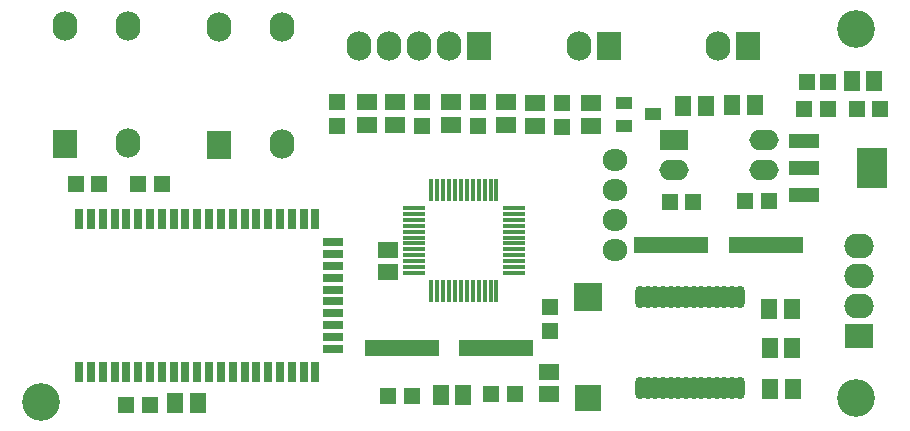
<source format=gts>
G04 Layer_Color=8388736*
%FSTAX24Y24*%
%MOIN*%
G70*
G01*
G75*
%ADD52R,0.0572X0.0651*%
%ADD53R,0.0552X0.0415*%
%ADD54R,0.0560X0.0560*%
%ADD55R,0.0560X0.0560*%
%ADD56R,0.0178X0.0729*%
%ADD57R,0.0729X0.0178*%
%ADD58R,0.1025X0.1379*%
%ADD59R,0.1025X0.0474*%
%ADD60O,0.0323X0.0748*%
%ADD61R,0.0651X0.0572*%
%ADD62R,0.0532X0.0532*%
%ADD63R,0.0926X0.0926*%
%ADD64R,0.0867X0.0867*%
%ADD65R,0.2480X0.0552*%
%ADD66R,0.0316X0.0710*%
%ADD67R,0.0710X0.0316*%
%ADD68O,0.0980X0.0830*%
%ADD69R,0.0980X0.0830*%
%ADD70O,0.0830X0.0980*%
%ADD71R,0.0830X0.0980*%
%ADD72O,0.0980X0.0680*%
%ADD73R,0.0980X0.0680*%
%ADD74O,0.0830X0.0730*%
%ADD75C,0.1261*%
D52*
X050496Y041631D02*
D03*
X049748D02*
D03*
X031925Y031692D02*
D03*
X031177D02*
D03*
X053737Y042412D02*
D03*
X054485D02*
D03*
X051768Y032146D02*
D03*
X05102D02*
D03*
X051005Y033523D02*
D03*
X051753D02*
D03*
X050987Y034819D02*
D03*
X051735D02*
D03*
X048123Y041609D02*
D03*
X048871D02*
D03*
X040032Y031963D02*
D03*
X04078D02*
D03*
D53*
X04711Y041314D02*
D03*
X046127Y041686D02*
D03*
X046125Y040928D02*
D03*
D54*
X029954Y038982D02*
D03*
X030741D02*
D03*
X028646Y038984D02*
D03*
X027858D02*
D03*
X02955Y031642D02*
D03*
X030337D02*
D03*
X054678Y041506D02*
D03*
X05389D02*
D03*
X052149Y041497D02*
D03*
X052936D02*
D03*
X048445Y038393D02*
D03*
X047658D02*
D03*
X050178Y038417D02*
D03*
X050966D02*
D03*
X038275Y031944D02*
D03*
X039062D02*
D03*
X042493Y031982D02*
D03*
X041705D02*
D03*
D55*
X044075Y041695D02*
D03*
Y040908D02*
D03*
X036585Y041728D02*
D03*
Y040941D02*
D03*
X039396Y041728D02*
D03*
Y040941D02*
D03*
X041271Y041728D02*
D03*
Y040941D02*
D03*
X043657Y034894D02*
D03*
Y034107D02*
D03*
D56*
X039723Y035442D02*
D03*
X03992D02*
D03*
X040117D02*
D03*
X040314D02*
D03*
X040511D02*
D03*
X040707D02*
D03*
X040904D02*
D03*
X041101D02*
D03*
X041298D02*
D03*
X041495D02*
D03*
X041692D02*
D03*
X041889D02*
D03*
Y038779D02*
D03*
X041692D02*
D03*
X041495D02*
D03*
X041298D02*
D03*
X041101D02*
D03*
X040904D02*
D03*
X040707D02*
D03*
X040511D02*
D03*
X040314D02*
D03*
X040117D02*
D03*
X03992D02*
D03*
X039723D02*
D03*
D57*
X042474Y036028D02*
D03*
Y036225D02*
D03*
Y036422D02*
D03*
Y036619D02*
D03*
Y036816D02*
D03*
Y037013D02*
D03*
Y037209D02*
D03*
Y037406D02*
D03*
Y037603D02*
D03*
Y0378D02*
D03*
Y037997D02*
D03*
Y038194D02*
D03*
X039137D02*
D03*
Y037997D02*
D03*
Y0378D02*
D03*
Y037603D02*
D03*
Y037406D02*
D03*
Y037209D02*
D03*
Y037013D02*
D03*
Y036816D02*
D03*
Y036619D02*
D03*
Y036422D02*
D03*
Y036225D02*
D03*
Y036028D02*
D03*
D58*
X054416Y039526D02*
D03*
D59*
X052133Y038621D02*
D03*
Y039526D02*
D03*
Y040432D02*
D03*
D60*
X046669Y032184D02*
D03*
X046925D02*
D03*
X047181D02*
D03*
X047436D02*
D03*
X047692D02*
D03*
X047948D02*
D03*
X048204D02*
D03*
X04846D02*
D03*
X048716D02*
D03*
X048972D02*
D03*
X049228D02*
D03*
X049484D02*
D03*
X04974D02*
D03*
X049996D02*
D03*
Y035216D02*
D03*
X04974D02*
D03*
X049484D02*
D03*
X049228D02*
D03*
X048972D02*
D03*
X048716D02*
D03*
X04846D02*
D03*
X048204D02*
D03*
X047948D02*
D03*
X047692D02*
D03*
X047436D02*
D03*
X047181D02*
D03*
X046925D02*
D03*
X046669D02*
D03*
D61*
X042202Y041722D02*
D03*
Y040974D02*
D03*
X043178Y040941D02*
D03*
Y041689D02*
D03*
X045052D02*
D03*
Y040941D02*
D03*
X037562Y040974D02*
D03*
Y041722D02*
D03*
X040374D02*
D03*
Y040974D02*
D03*
X038499D02*
D03*
Y041722D02*
D03*
X038271Y036059D02*
D03*
Y036807D02*
D03*
X043644Y031981D02*
D03*
Y032729D02*
D03*
D62*
X052231Y042402D02*
D03*
X052931D02*
D03*
D63*
X044948Y035212D02*
D03*
D64*
Y031865D02*
D03*
D65*
X050861Y036971D02*
D03*
X047711D02*
D03*
X038739Y033523D02*
D03*
X041888D02*
D03*
D66*
X027979Y037835D02*
D03*
X028373D02*
D03*
X028767D02*
D03*
X029161D02*
D03*
X029554D02*
D03*
X029948D02*
D03*
X030342D02*
D03*
X030735D02*
D03*
X031129D02*
D03*
X031523D02*
D03*
X031916D02*
D03*
X03231D02*
D03*
X032704D02*
D03*
X033098D02*
D03*
X033491D02*
D03*
X033885D02*
D03*
X034279D02*
D03*
X034672D02*
D03*
X035066D02*
D03*
X03546D02*
D03*
X035853D02*
D03*
Y032716D02*
D03*
X03546D02*
D03*
X035066D02*
D03*
X034672D02*
D03*
X034279D02*
D03*
X033885D02*
D03*
X033491D02*
D03*
X033098D02*
D03*
X032704D02*
D03*
X03231D02*
D03*
X031916D02*
D03*
X031523D02*
D03*
X031129D02*
D03*
X030735D02*
D03*
X030342D02*
D03*
X029948D02*
D03*
X029554D02*
D03*
X029161D02*
D03*
X028767D02*
D03*
X028373D02*
D03*
X027979D02*
D03*
D67*
X036444Y037047D02*
D03*
Y036653D02*
D03*
Y03626D02*
D03*
Y035866D02*
D03*
Y035472D02*
D03*
Y035079D02*
D03*
Y034685D02*
D03*
Y034291D02*
D03*
Y033898D02*
D03*
Y033504D02*
D03*
D68*
X053968Y036933D02*
D03*
Y035933D02*
D03*
Y034933D02*
D03*
D69*
Y033933D02*
D03*
D70*
X044653Y043585D02*
D03*
X049288D02*
D03*
X038311D02*
D03*
X039311D02*
D03*
X040311D02*
D03*
X037311D02*
D03*
X02961Y040348D02*
D03*
Y044265D02*
D03*
X027504D02*
D03*
X034755Y040321D02*
D03*
Y044239D02*
D03*
X032648D02*
D03*
D71*
X045653Y043585D02*
D03*
X050288D02*
D03*
X041311D02*
D03*
X027504Y040328D02*
D03*
X032648Y040302D02*
D03*
D72*
X050821Y040477D02*
D03*
Y039477D02*
D03*
X047821D02*
D03*
D73*
Y040477D02*
D03*
D74*
X045824Y039795D02*
D03*
Y038785D02*
D03*
Y037805D02*
D03*
Y036795D02*
D03*
D75*
X053857Y031874D02*
D03*
X026693Y031734D02*
D03*
X053857Y044166D02*
D03*
M02*

</source>
